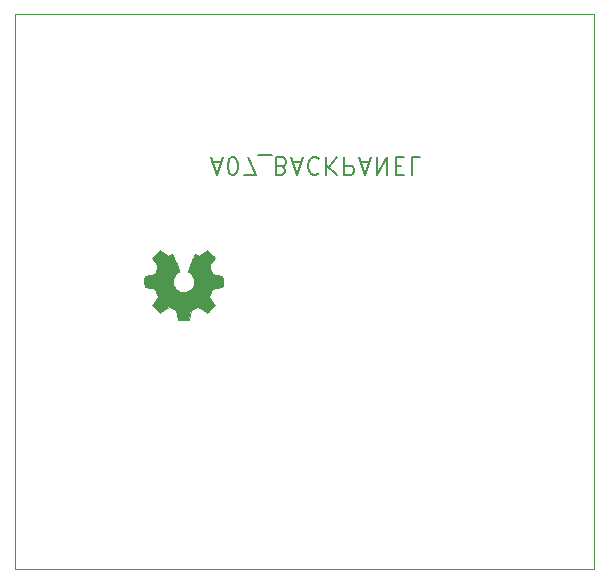
<source format=gbr>
G04 #@! TF.GenerationSoftware,KiCad,Pcbnew,6.0.11-2627ca5db0~126~ubuntu20.04.1*
G04 #@! TF.CreationDate,2023-03-25T11:58:24-05:00*
G04 #@! TF.ProjectId,A07,4130372e-6b69-4636-9164-5f7063625858,rev?*
G04 #@! TF.SameCoordinates,Original*
G04 #@! TF.FileFunction,Legend,Bot*
G04 #@! TF.FilePolarity,Positive*
%FSLAX46Y46*%
G04 Gerber Fmt 4.6, Leading zero omitted, Abs format (unit mm)*
G04 Created by KiCad (PCBNEW 6.0.11-2627ca5db0~126~ubuntu20.04.1) date 2023-03-25 11:58:24*
%MOMM*%
%LPD*%
G01*
G04 APERTURE LIST*
G04 #@! TA.AperFunction,Profile*
%ADD10C,0.050000*%
G04 #@! TD*
%ADD11C,0.150000*%
%ADD12C,0.010000*%
G04 APERTURE END LIST*
D10*
X70790000Y-21210000D02*
X70790000Y-68210000D01*
X21790000Y-21210000D02*
X70790000Y-21210000D01*
X21790000Y-68210000D02*
X70790000Y-68210000D01*
X21790000Y-21210000D02*
X21790000Y-68210000D01*
D11*
X38529714Y-33786000D02*
X39244000Y-33786000D01*
X38386857Y-33357428D02*
X38886857Y-34857428D01*
X39386857Y-33357428D01*
X40172571Y-34857428D02*
X40315428Y-34857428D01*
X40458285Y-34786000D01*
X40529714Y-34714571D01*
X40601142Y-34571714D01*
X40672571Y-34286000D01*
X40672571Y-33928857D01*
X40601142Y-33643142D01*
X40529714Y-33500285D01*
X40458285Y-33428857D01*
X40315428Y-33357428D01*
X40172571Y-33357428D01*
X40029714Y-33428857D01*
X39958285Y-33500285D01*
X39886857Y-33643142D01*
X39815428Y-33928857D01*
X39815428Y-34286000D01*
X39886857Y-34571714D01*
X39958285Y-34714571D01*
X40029714Y-34786000D01*
X40172571Y-34857428D01*
X41172571Y-34857428D02*
X42172571Y-34857428D01*
X41529714Y-33357428D01*
X42386857Y-33214571D02*
X43529714Y-33214571D01*
X44386857Y-34143142D02*
X44601142Y-34071714D01*
X44672571Y-34000285D01*
X44744000Y-33857428D01*
X44744000Y-33643142D01*
X44672571Y-33500285D01*
X44601142Y-33428857D01*
X44458285Y-33357428D01*
X43886857Y-33357428D01*
X43886857Y-34857428D01*
X44386857Y-34857428D01*
X44529714Y-34786000D01*
X44601142Y-34714571D01*
X44672571Y-34571714D01*
X44672571Y-34428857D01*
X44601142Y-34286000D01*
X44529714Y-34214571D01*
X44386857Y-34143142D01*
X43886857Y-34143142D01*
X45315428Y-33786000D02*
X46029714Y-33786000D01*
X45172571Y-33357428D02*
X45672571Y-34857428D01*
X46172571Y-33357428D01*
X47529714Y-33500285D02*
X47458285Y-33428857D01*
X47244000Y-33357428D01*
X47101142Y-33357428D01*
X46886857Y-33428857D01*
X46744000Y-33571714D01*
X46672571Y-33714571D01*
X46601142Y-34000285D01*
X46601142Y-34214571D01*
X46672571Y-34500285D01*
X46744000Y-34643142D01*
X46886857Y-34786000D01*
X47101142Y-34857428D01*
X47244000Y-34857428D01*
X47458285Y-34786000D01*
X47529714Y-34714571D01*
X48172571Y-33357428D02*
X48172571Y-34857428D01*
X49029714Y-33357428D02*
X48386857Y-34214571D01*
X49029714Y-34857428D02*
X48172571Y-34000285D01*
X49672571Y-33357428D02*
X49672571Y-34857428D01*
X50244000Y-34857428D01*
X50386857Y-34786000D01*
X50458285Y-34714571D01*
X50529714Y-34571714D01*
X50529714Y-34357428D01*
X50458285Y-34214571D01*
X50386857Y-34143142D01*
X50244000Y-34071714D01*
X49672571Y-34071714D01*
X51101142Y-33786000D02*
X51815428Y-33786000D01*
X50958285Y-33357428D02*
X51458285Y-34857428D01*
X51958285Y-33357428D01*
X52458285Y-33357428D02*
X52458285Y-34857428D01*
X53315428Y-33357428D01*
X53315428Y-34857428D01*
X54029714Y-34143142D02*
X54529714Y-34143142D01*
X54744000Y-33357428D02*
X54029714Y-33357428D01*
X54029714Y-34857428D01*
X54744000Y-34857428D01*
X56101142Y-33357428D02*
X55386857Y-33357428D01*
X55386857Y-34857428D01*
G36*
X38084955Y-41252350D02*
G01*
X38118969Y-41278279D01*
X38171405Y-41323930D01*
X38237699Y-41384814D01*
X38313287Y-41456439D01*
X38393604Y-41534317D01*
X38474087Y-41613955D01*
X38550171Y-41690865D01*
X38617293Y-41760555D01*
X38670888Y-41818536D01*
X38706392Y-41860316D01*
X38719241Y-41881407D01*
X38718500Y-41885419D01*
X38703207Y-41918080D01*
X38670538Y-41974588D01*
X38623650Y-42049837D01*
X38565699Y-42138725D01*
X38499843Y-42236146D01*
X38481373Y-42263018D01*
X38416518Y-42357577D01*
X38359391Y-42441173D01*
X38313322Y-42508916D01*
X38281641Y-42555914D01*
X38267676Y-42577274D01*
X38267332Y-42578189D01*
X38271454Y-42604322D01*
X38287193Y-42657260D01*
X38311996Y-42730353D01*
X38343311Y-42816948D01*
X38378583Y-42910392D01*
X38415260Y-43004035D01*
X38450788Y-43091223D01*
X38482614Y-43165305D01*
X38508184Y-43219629D01*
X38524947Y-43247543D01*
X38526626Y-43249276D01*
X38538628Y-43258044D01*
X38558897Y-43266885D01*
X38591471Y-43276708D01*
X38640384Y-43288417D01*
X38709673Y-43302920D01*
X38803375Y-43321124D01*
X38925524Y-43343934D01*
X39080158Y-43372259D01*
X39112230Y-43378220D01*
X39204107Y-43396648D01*
X39281393Y-43414108D01*
X39336764Y-43428867D01*
X39362895Y-43439190D01*
X39367267Y-43447803D01*
X39374555Y-43489174D01*
X39380331Y-43557759D01*
X39384590Y-43647132D01*
X39387327Y-43750865D01*
X39388538Y-43862535D01*
X39388218Y-43975713D01*
X39386364Y-44083974D01*
X39382970Y-44180892D01*
X39378033Y-44260041D01*
X39371548Y-44314994D01*
X39363511Y-44339326D01*
X39355304Y-44342921D01*
X39314481Y-44354252D01*
X39245476Y-44370278D01*
X39153797Y-44389805D01*
X39044950Y-44411638D01*
X38924442Y-44434582D01*
X38858643Y-44446841D01*
X38745865Y-44468099D01*
X38648793Y-44486713D01*
X38572618Y-44501672D01*
X38522531Y-44511964D01*
X38503724Y-44516578D01*
X38503017Y-44517529D01*
X38491039Y-44541690D01*
X38468206Y-44592306D01*
X38437370Y-44662662D01*
X38401387Y-44746042D01*
X38363109Y-44835730D01*
X38325391Y-44925011D01*
X38291087Y-45007168D01*
X38263051Y-45075487D01*
X38244136Y-45123252D01*
X38237197Y-45143746D01*
X38240258Y-45150957D01*
X38260628Y-45185272D01*
X38297578Y-45243030D01*
X38348140Y-45319701D01*
X38409343Y-45410752D01*
X38478219Y-45511650D01*
X38516006Y-45566907D01*
X38581218Y-45663785D01*
X38637129Y-45748807D01*
X38680759Y-45817338D01*
X38709123Y-45864740D01*
X38719241Y-45886377D01*
X38712210Y-45898113D01*
X38682803Y-45933182D01*
X38634559Y-45986255D01*
X38571907Y-46052836D01*
X38499275Y-46128426D01*
X38421092Y-46208528D01*
X38341786Y-46288646D01*
X38265787Y-46364282D01*
X38197522Y-46430938D01*
X38141420Y-46484118D01*
X38101910Y-46519324D01*
X38083421Y-46532058D01*
X38073157Y-46527107D01*
X38035470Y-46504143D01*
X37974652Y-46465062D01*
X37895087Y-46412728D01*
X37801157Y-46350004D01*
X37697246Y-46279754D01*
X37326206Y-46027449D01*
X37016920Y-46154947D01*
X36707635Y-46282445D01*
X36623814Y-46727069D01*
X36539994Y-47171693D01*
X35614546Y-47171693D01*
X35530725Y-46727069D01*
X35446905Y-46282445D01*
X34828333Y-46027449D01*
X34457293Y-46279754D01*
X34383856Y-46329494D01*
X34286501Y-46394782D01*
X34202213Y-46450546D01*
X34135369Y-46493922D01*
X34090346Y-46522047D01*
X34071522Y-46532058D01*
X34059961Y-46524939D01*
X34025404Y-46495106D01*
X33973106Y-46446148D01*
X33907500Y-46382560D01*
X33833017Y-46308837D01*
X33754087Y-46229475D01*
X33675144Y-46148969D01*
X33600616Y-46071815D01*
X33534937Y-46002507D01*
X33482537Y-45945543D01*
X33447847Y-45905416D01*
X33435299Y-45886623D01*
X33438218Y-45878549D01*
X33458429Y-45842531D01*
X33495337Y-45783256D01*
X33545950Y-45705370D01*
X33607275Y-45613519D01*
X33676321Y-45512350D01*
X33714213Y-45457174D01*
X33779394Y-45361116D01*
X33835277Y-45277283D01*
X33878883Y-45210223D01*
X33907231Y-45164481D01*
X33917343Y-45144604D01*
X33917177Y-45143503D01*
X33908257Y-45118306D01*
X33887794Y-45066853D01*
X33858640Y-44995865D01*
X33823647Y-44912065D01*
X33785668Y-44822172D01*
X33747555Y-44732909D01*
X33712161Y-44650997D01*
X33682338Y-44583157D01*
X33660939Y-44536110D01*
X33650816Y-44516578D01*
X33644826Y-44514845D01*
X33608434Y-44507031D01*
X33543573Y-44494085D01*
X33455435Y-44477021D01*
X33349213Y-44456849D01*
X33230098Y-44434582D01*
X33167317Y-44422777D01*
X33052088Y-44400252D01*
X32951338Y-44379450D01*
X32870574Y-44361565D01*
X32815302Y-44347792D01*
X32791029Y-44339326D01*
X32786669Y-44330934D01*
X32779437Y-44289928D01*
X32773754Y-44221632D01*
X32769618Y-44132471D01*
X32767023Y-44028872D01*
X32765964Y-43917260D01*
X32766439Y-43804062D01*
X32768441Y-43695704D01*
X32771967Y-43598611D01*
X32777013Y-43519210D01*
X32783573Y-43463928D01*
X32791644Y-43439190D01*
X32796542Y-43436400D01*
X32833070Y-43424431D01*
X32896435Y-43408595D01*
X32979314Y-43390626D01*
X33074382Y-43372259D01*
X33106458Y-43366409D01*
X33254607Y-43339202D01*
X33371039Y-43317337D01*
X33459791Y-43299907D01*
X33524897Y-43286004D01*
X33570394Y-43274723D01*
X33600318Y-43265157D01*
X33618706Y-43256399D01*
X33629593Y-43247543D01*
X33630858Y-43246057D01*
X33648662Y-43215069D01*
X33675006Y-43158366D01*
X33707339Y-43082601D01*
X33743107Y-42994426D01*
X33779756Y-42900493D01*
X33814734Y-42807453D01*
X33845487Y-42721959D01*
X33869462Y-42650664D01*
X33884105Y-42600218D01*
X33886864Y-42577274D01*
X33885019Y-42574297D01*
X33865925Y-42545507D01*
X33830016Y-42492405D01*
X33780622Y-42419883D01*
X33721073Y-42332833D01*
X33654697Y-42236146D01*
X33636480Y-42209544D01*
X33572423Y-42114125D01*
X33517063Y-42028788D01*
X33473561Y-41958595D01*
X33445076Y-41908606D01*
X33434768Y-41883884D01*
X33436989Y-41877384D01*
X33460142Y-41845356D01*
X33505823Y-41793055D01*
X33570759Y-41724001D01*
X33651681Y-41641714D01*
X33745315Y-41549714D01*
X33798835Y-41498219D01*
X33883458Y-41418017D01*
X33957525Y-41349322D01*
X34017059Y-41295748D01*
X34058083Y-41260915D01*
X34076619Y-41248437D01*
X34089354Y-41253062D01*
X34128564Y-41274943D01*
X34185505Y-41310727D01*
X34252750Y-41355883D01*
X34300562Y-41388835D01*
X34396015Y-41454273D01*
X34497875Y-41523772D01*
X34590912Y-41586925D01*
X34773168Y-41710200D01*
X34926159Y-41627480D01*
X34962183Y-41608387D01*
X35027697Y-41575728D01*
X35078360Y-41553181D01*
X35105436Y-41544774D01*
X35114297Y-41555570D01*
X35136301Y-41596677D01*
X35168801Y-41664451D01*
X35209990Y-41754591D01*
X35258058Y-41862795D01*
X35311198Y-41984763D01*
X35367601Y-42116192D01*
X35425458Y-42252782D01*
X35482962Y-42390233D01*
X35538303Y-42524242D01*
X35589674Y-42650509D01*
X35635265Y-42764732D01*
X35673268Y-42862610D01*
X35701876Y-42939843D01*
X35719279Y-42992129D01*
X35723669Y-43015167D01*
X35723372Y-43015840D01*
X35702923Y-43037137D01*
X35660150Y-43070492D01*
X35603883Y-43108989D01*
X35586123Y-43120744D01*
X35450986Y-43232265D01*
X35339144Y-43365094D01*
X35253245Y-43513702D01*
X35195938Y-43672560D01*
X35169869Y-43836140D01*
X35177687Y-43998912D01*
X35209356Y-44143685D01*
X35266218Y-44289876D01*
X35349112Y-44420297D01*
X35462869Y-44544187D01*
X35507567Y-44583765D01*
X35652065Y-44681277D01*
X35808162Y-44746950D01*
X35971333Y-44781370D01*
X36137057Y-44785126D01*
X36300808Y-44758806D01*
X36458064Y-44702997D01*
X36604302Y-44618286D01*
X36734996Y-44505263D01*
X36845626Y-44364513D01*
X36866895Y-44329658D01*
X36939190Y-44170345D01*
X36977585Y-44004448D01*
X36983086Y-43836263D01*
X36956699Y-43670087D01*
X36899430Y-43510216D01*
X36812283Y-43360947D01*
X36696264Y-43226577D01*
X36552378Y-43111401D01*
X36547706Y-43108298D01*
X36492036Y-43069067D01*
X36450311Y-43035714D01*
X36431254Y-43015167D01*
X36433658Y-42999059D01*
X36448609Y-42952156D01*
X36475119Y-42879461D01*
X36511380Y-42785275D01*
X36555584Y-42673902D01*
X36605924Y-42549642D01*
X36660593Y-42416798D01*
X36717782Y-42279673D01*
X36775684Y-42142568D01*
X36832490Y-42009785D01*
X36886394Y-41885626D01*
X36935588Y-41774394D01*
X36978263Y-41680391D01*
X37012613Y-41607918D01*
X37036829Y-41561278D01*
X37049103Y-41544774D01*
X37059311Y-41547009D01*
X37099414Y-41563074D01*
X37158682Y-41591241D01*
X37228381Y-41627480D01*
X37381371Y-41710200D01*
X37563627Y-41586925D01*
X37617473Y-41550421D01*
X37717626Y-41482216D01*
X37817475Y-41413902D01*
X37901789Y-41355883D01*
X37948321Y-41324264D01*
X38008800Y-41284980D01*
X38053643Y-41258088D01*
X38075545Y-41248117D01*
X38084955Y-41252350D01*
G37*
D12*
X38084955Y-41252350D02*
X38118969Y-41278279D01*
X38171405Y-41323930D01*
X38237699Y-41384814D01*
X38313287Y-41456439D01*
X38393604Y-41534317D01*
X38474087Y-41613955D01*
X38550171Y-41690865D01*
X38617293Y-41760555D01*
X38670888Y-41818536D01*
X38706392Y-41860316D01*
X38719241Y-41881407D01*
X38718500Y-41885419D01*
X38703207Y-41918080D01*
X38670538Y-41974588D01*
X38623650Y-42049837D01*
X38565699Y-42138725D01*
X38499843Y-42236146D01*
X38481373Y-42263018D01*
X38416518Y-42357577D01*
X38359391Y-42441173D01*
X38313322Y-42508916D01*
X38281641Y-42555914D01*
X38267676Y-42577274D01*
X38267332Y-42578189D01*
X38271454Y-42604322D01*
X38287193Y-42657260D01*
X38311996Y-42730353D01*
X38343311Y-42816948D01*
X38378583Y-42910392D01*
X38415260Y-43004035D01*
X38450788Y-43091223D01*
X38482614Y-43165305D01*
X38508184Y-43219629D01*
X38524947Y-43247543D01*
X38526626Y-43249276D01*
X38538628Y-43258044D01*
X38558897Y-43266885D01*
X38591471Y-43276708D01*
X38640384Y-43288417D01*
X38709673Y-43302920D01*
X38803375Y-43321124D01*
X38925524Y-43343934D01*
X39080158Y-43372259D01*
X39112230Y-43378220D01*
X39204107Y-43396648D01*
X39281393Y-43414108D01*
X39336764Y-43428867D01*
X39362895Y-43439190D01*
X39367267Y-43447803D01*
X39374555Y-43489174D01*
X39380331Y-43557759D01*
X39384590Y-43647132D01*
X39387327Y-43750865D01*
X39388538Y-43862535D01*
X39388218Y-43975713D01*
X39386364Y-44083974D01*
X39382970Y-44180892D01*
X39378033Y-44260041D01*
X39371548Y-44314994D01*
X39363511Y-44339326D01*
X39355304Y-44342921D01*
X39314481Y-44354252D01*
X39245476Y-44370278D01*
X39153797Y-44389805D01*
X39044950Y-44411638D01*
X38924442Y-44434582D01*
X38858643Y-44446841D01*
X38745865Y-44468099D01*
X38648793Y-44486713D01*
X38572618Y-44501672D01*
X38522531Y-44511964D01*
X38503724Y-44516578D01*
X38503017Y-44517529D01*
X38491039Y-44541690D01*
X38468206Y-44592306D01*
X38437370Y-44662662D01*
X38401387Y-44746042D01*
X38363109Y-44835730D01*
X38325391Y-44925011D01*
X38291087Y-45007168D01*
X38263051Y-45075487D01*
X38244136Y-45123252D01*
X38237197Y-45143746D01*
X38240258Y-45150957D01*
X38260628Y-45185272D01*
X38297578Y-45243030D01*
X38348140Y-45319701D01*
X38409343Y-45410752D01*
X38478219Y-45511650D01*
X38516006Y-45566907D01*
X38581218Y-45663785D01*
X38637129Y-45748807D01*
X38680759Y-45817338D01*
X38709123Y-45864740D01*
X38719241Y-45886377D01*
X38712210Y-45898113D01*
X38682803Y-45933182D01*
X38634559Y-45986255D01*
X38571907Y-46052836D01*
X38499275Y-46128426D01*
X38421092Y-46208528D01*
X38341786Y-46288646D01*
X38265787Y-46364282D01*
X38197522Y-46430938D01*
X38141420Y-46484118D01*
X38101910Y-46519324D01*
X38083421Y-46532058D01*
X38073157Y-46527107D01*
X38035470Y-46504143D01*
X37974652Y-46465062D01*
X37895087Y-46412728D01*
X37801157Y-46350004D01*
X37697246Y-46279754D01*
X37326206Y-46027449D01*
X37016920Y-46154947D01*
X36707635Y-46282445D01*
X36623814Y-46727069D01*
X36539994Y-47171693D01*
X35614546Y-47171693D01*
X35530725Y-46727069D01*
X35446905Y-46282445D01*
X34828333Y-46027449D01*
X34457293Y-46279754D01*
X34383856Y-46329494D01*
X34286501Y-46394782D01*
X34202213Y-46450546D01*
X34135369Y-46493922D01*
X34090346Y-46522047D01*
X34071522Y-46532058D01*
X34059961Y-46524939D01*
X34025404Y-46495106D01*
X33973106Y-46446148D01*
X33907500Y-46382560D01*
X33833017Y-46308837D01*
X33754087Y-46229475D01*
X33675144Y-46148969D01*
X33600616Y-46071815D01*
X33534937Y-46002507D01*
X33482537Y-45945543D01*
X33447847Y-45905416D01*
X33435299Y-45886623D01*
X33438218Y-45878549D01*
X33458429Y-45842531D01*
X33495337Y-45783256D01*
X33545950Y-45705370D01*
X33607275Y-45613519D01*
X33676321Y-45512350D01*
X33714213Y-45457174D01*
X33779394Y-45361116D01*
X33835277Y-45277283D01*
X33878883Y-45210223D01*
X33907231Y-45164481D01*
X33917343Y-45144604D01*
X33917177Y-45143503D01*
X33908257Y-45118306D01*
X33887794Y-45066853D01*
X33858640Y-44995865D01*
X33823647Y-44912065D01*
X33785668Y-44822172D01*
X33747555Y-44732909D01*
X33712161Y-44650997D01*
X33682338Y-44583157D01*
X33660939Y-44536110D01*
X33650816Y-44516578D01*
X33644826Y-44514845D01*
X33608434Y-44507031D01*
X33543573Y-44494085D01*
X33455435Y-44477021D01*
X33349213Y-44456849D01*
X33230098Y-44434582D01*
X33167317Y-44422777D01*
X33052088Y-44400252D01*
X32951338Y-44379450D01*
X32870574Y-44361565D01*
X32815302Y-44347792D01*
X32791029Y-44339326D01*
X32786669Y-44330934D01*
X32779437Y-44289928D01*
X32773754Y-44221632D01*
X32769618Y-44132471D01*
X32767023Y-44028872D01*
X32765964Y-43917260D01*
X32766439Y-43804062D01*
X32768441Y-43695704D01*
X32771967Y-43598611D01*
X32777013Y-43519210D01*
X32783573Y-43463928D01*
X32791644Y-43439190D01*
X32796542Y-43436400D01*
X32833070Y-43424431D01*
X32896435Y-43408595D01*
X32979314Y-43390626D01*
X33074382Y-43372259D01*
X33106458Y-43366409D01*
X33254607Y-43339202D01*
X33371039Y-43317337D01*
X33459791Y-43299907D01*
X33524897Y-43286004D01*
X33570394Y-43274723D01*
X33600318Y-43265157D01*
X33618706Y-43256399D01*
X33629593Y-43247543D01*
X33630858Y-43246057D01*
X33648662Y-43215069D01*
X33675006Y-43158366D01*
X33707339Y-43082601D01*
X33743107Y-42994426D01*
X33779756Y-42900493D01*
X33814734Y-42807453D01*
X33845487Y-42721959D01*
X33869462Y-42650664D01*
X33884105Y-42600218D01*
X33886864Y-42577274D01*
X33885019Y-42574297D01*
X33865925Y-42545507D01*
X33830016Y-42492405D01*
X33780622Y-42419883D01*
X33721073Y-42332833D01*
X33654697Y-42236146D01*
X33636480Y-42209544D01*
X33572423Y-42114125D01*
X33517063Y-42028788D01*
X33473561Y-41958595D01*
X33445076Y-41908606D01*
X33434768Y-41883884D01*
X33436989Y-41877384D01*
X33460142Y-41845356D01*
X33505823Y-41793055D01*
X33570759Y-41724001D01*
X33651681Y-41641714D01*
X33745315Y-41549714D01*
X33798835Y-41498219D01*
X33883458Y-41418017D01*
X33957525Y-41349322D01*
X34017059Y-41295748D01*
X34058083Y-41260915D01*
X34076619Y-41248437D01*
X34089354Y-41253062D01*
X34128564Y-41274943D01*
X34185505Y-41310727D01*
X34252750Y-41355883D01*
X34300562Y-41388835D01*
X34396015Y-41454273D01*
X34497875Y-41523772D01*
X34590912Y-41586925D01*
X34773168Y-41710200D01*
X34926159Y-41627480D01*
X34962183Y-41608387D01*
X35027697Y-41575728D01*
X35078360Y-41553181D01*
X35105436Y-41544774D01*
X35114297Y-41555570D01*
X35136301Y-41596677D01*
X35168801Y-41664451D01*
X35209990Y-41754591D01*
X35258058Y-41862795D01*
X35311198Y-41984763D01*
X35367601Y-42116192D01*
X35425458Y-42252782D01*
X35482962Y-42390233D01*
X35538303Y-42524242D01*
X35589674Y-42650509D01*
X35635265Y-42764732D01*
X35673268Y-42862610D01*
X35701876Y-42939843D01*
X35719279Y-42992129D01*
X35723669Y-43015167D01*
X35723372Y-43015840D01*
X35702923Y-43037137D01*
X35660150Y-43070492D01*
X35603883Y-43108989D01*
X35586123Y-43120744D01*
X35450986Y-43232265D01*
X35339144Y-43365094D01*
X35253245Y-43513702D01*
X35195938Y-43672560D01*
X35169869Y-43836140D01*
X35177687Y-43998912D01*
X35209356Y-44143685D01*
X35266218Y-44289876D01*
X35349112Y-44420297D01*
X35462869Y-44544187D01*
X35507567Y-44583765D01*
X35652065Y-44681277D01*
X35808162Y-44746950D01*
X35971333Y-44781370D01*
X36137057Y-44785126D01*
X36300808Y-44758806D01*
X36458064Y-44702997D01*
X36604302Y-44618286D01*
X36734996Y-44505263D01*
X36845626Y-44364513D01*
X36866895Y-44329658D01*
X36939190Y-44170345D01*
X36977585Y-44004448D01*
X36983086Y-43836263D01*
X36956699Y-43670087D01*
X36899430Y-43510216D01*
X36812283Y-43360947D01*
X36696264Y-43226577D01*
X36552378Y-43111401D01*
X36547706Y-43108298D01*
X36492036Y-43069067D01*
X36450311Y-43035714D01*
X36431254Y-43015167D01*
X36433658Y-42999059D01*
X36448609Y-42952156D01*
X36475119Y-42879461D01*
X36511380Y-42785275D01*
X36555584Y-42673902D01*
X36605924Y-42549642D01*
X36660593Y-42416798D01*
X36717782Y-42279673D01*
X36775684Y-42142568D01*
X36832490Y-42009785D01*
X36886394Y-41885626D01*
X36935588Y-41774394D01*
X36978263Y-41680391D01*
X37012613Y-41607918D01*
X37036829Y-41561278D01*
X37049103Y-41544774D01*
X37059311Y-41547009D01*
X37099414Y-41563074D01*
X37158682Y-41591241D01*
X37228381Y-41627480D01*
X37381371Y-41710200D01*
X37563627Y-41586925D01*
X37617473Y-41550421D01*
X37717626Y-41482216D01*
X37817475Y-41413902D01*
X37901789Y-41355883D01*
X37948321Y-41324264D01*
X38008800Y-41284980D01*
X38053643Y-41258088D01*
X38075545Y-41248117D01*
X38084955Y-41252350D01*
M02*

</source>
